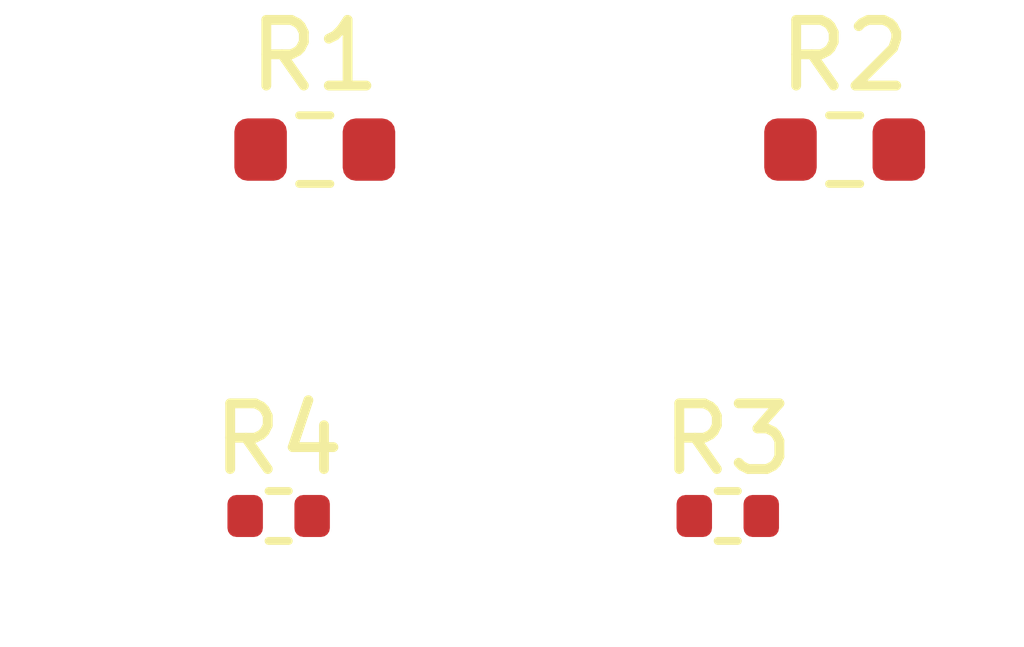
<source format=kicad_pcb>
(kicad_pcb (version 20211014) (generator pcbnew)
  (layers (0 "F.Cu" signal) (31 "B.Cu" signal) (34 "B.Paste" user) (35 "F.Paste" user) (36 "B.SilkS" user "B.Silkscreen") (37 "F.SilkS" user "F.Silkscreen") (38 "B.Mask" user) (39 "F.Mask" user) (44 "Edge.Cuts" user))
  (net 0 "")
  (net 1 "/Nested sheet/D")
  (net 2 "/Nested sheet/C")
  (footprint "Resistor_SMD:R_0603_1608Metric" (layer "F.Cu") (at 142.24 93.98)
    (fp_text reference "R1" (at 0 -1.43) (layer "F.SilkS"))
    (fp_text value "R1_VAL")
    (fp_line (start -0.237258 0.5225) (end 0.237258 0.5225) (layer "F.SilkS") (width 0.12))
    (fp_line (start -0.237258 -0.5225) (end 0.237258 -0.5225) (layer "F.SilkS") (width 0.12))
    (pad "1" smd roundrect locked (at -0.825 0) (size 0.8 0.95) (layers "F.Cu" "F.Paste" "F.Mask") (net 1 "/Nested sheet/D"))
    (pad "2" smd roundrect locked (at 0.825 0) (size 0.8 0.95) (layers "F.Cu" "F.Paste" "F.Mask") (net 2 "/Nested sheet/C"))
  )
  (footprint "Resistor_SMD:R_0402_1005Metric" (layer "F.Cu") (at 141.69 99.56)
    (fp_text reference "R4" (at 0 -1.17) (layer "F.SilkS"))
    (fp_text value "R3/R4_VAL")
    (fp_line (start -0.153641 0.38) (end 0.153641 0.38) (layer "F.SilkS") (width 0.12))
    (fp_line (start -0.153641 -0.38) (end 0.153641 -0.38) (layer "F.SilkS") (width 0.12))
    (pad "1" smd roundrect locked (at -0.51 0) (size 0.54 0.64) (layers "F.Cu" "F.Paste" "F.Mask") (net 2 "/Nested sheet/C"))
    (pad "2" smd roundrect locked (at 0.51 0) (size 0.54 0.64) (layers "F.Cu" "F.Paste" "F.Mask") (net 1 "/Nested sheet/D"))
  )
  (footprint "Resistor_SMD:R_0603_1608Metric" (layer "F.Cu") (at 150.31 93.98)
    (fp_text reference "R2" (at 0 -1.43) (layer "F.SilkS"))
    (fp_text value "R2_VAL")
    (fp_line (start -0.237258 -0.5225) (end 0.237258 -0.5225) (layer "F.SilkS") (width 0.12))
    (fp_line (start -0.237258 0.5225) (end 0.237258 0.5225) (layer "F.SilkS") (width 0.12))
    (pad "1" smd roundrect locked (at -0.825 0) (size 0.8 0.95) (layers "F.Cu" "F.Paste" "F.Mask") (net 2 "/Nested sheet/C"))
    (pad "2" smd roundrect locked (at 0.825 0) (size 0.8 0.95) (layers "F.Cu" "F.Paste" "F.Mask") (net 1 "/Nested sheet/D"))
  )
  (footprint "Resistor_SMD:R_0402_1005Metric" (layer "F.Cu") (at 148.53 99.56)
    (fp_text reference "R3" (at 0 -1.17) (layer "F.SilkS"))
    (fp_text value "R3/R4_VAL")
    (fp_line (start -0.153641 -0.38) (end 0.153641 -0.38) (layer "F.SilkS") (width 0.12))
    (fp_line (start -0.153641 0.38) (end 0.153641 0.38) (layer "F.SilkS") (width 0.12))
    (pad "1" smd roundrect locked (at -0.51 0) (size 0.54 0.64) (layers "F.Cu" "F.Paste" "F.Mask") (net 2 "/Nested sheet/C"))
    (pad "2" smd roundrect locked (at 0.51 0) (size 0.54 0.64) (layers "F.Cu" "F.Paste" "F.Mask") (net 1 "/Nested sheet/D"))
  )
)
</source>
